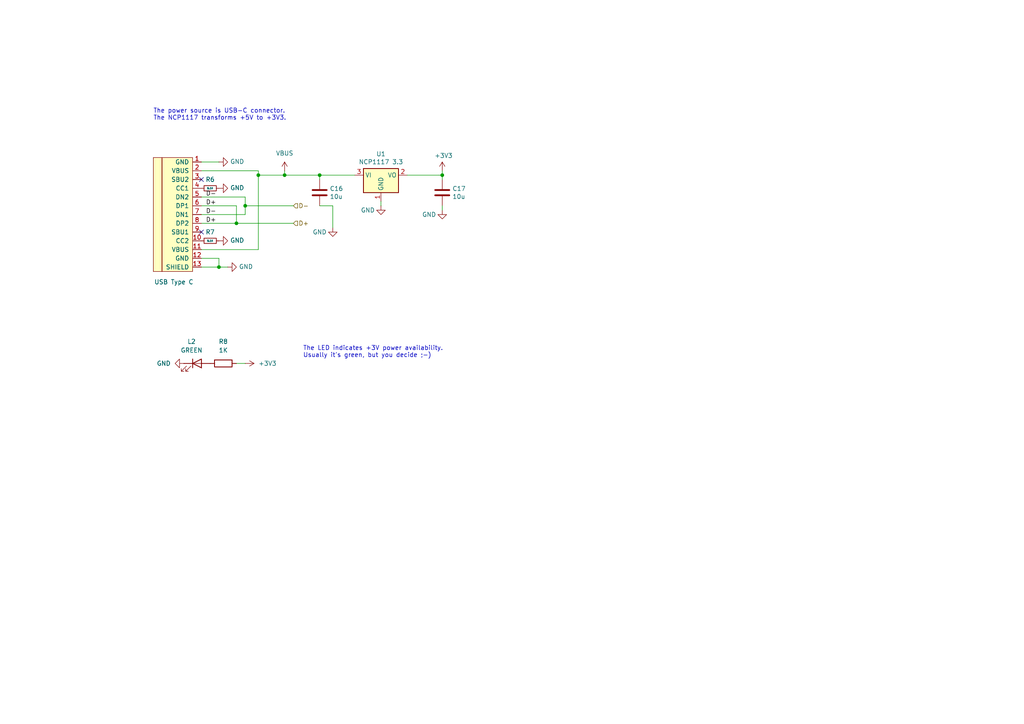
<source format=kicad_sch>
(kicad_sch (version 20250114) (generator "eeschema") (generator_version "9.0")
  (paper "A4")
  (title_block (title "MiniFRANK RM1") (date "2025-03-04") (rev "2.01") (company "Mikhail Matveev") (comment 1 "https://github.com/xtremespb/frank"))
  (lib_symbols
    (symbol "+3V3_1" (power) (pin_numbers (hide yes)) (pin_names (offset 0) (hide yes))
      (property "Value" "+3V3" (at 0 3.556 0))
      (symbol "+3V3_1_0_1"
        (polyline (pts (xy -0.762 1.27) (xy 0 2.54)))
        (polyline (pts (xy 0 2.54) (xy 0.762 1.27)))
        (polyline (pts (xy 0 0) (xy 0 2.54)))
      )
      (symbol "+3V3_1_1_1"
        (pin power_in line (at 0 0 90) (length 0) (name "~") (number "1"))
      )
    )
    (symbol "Device:C" (pin_numbers (hide yes)) (pin_names (offset 0.254))
      (property "Reference" "C" (at 0.635 2.54 0))
      (property "Value" "C" (at 0.635 -2.54 0))
      (symbol "C_0_1"
        (polyline (pts (xy -2.032 0.762) (xy 2.032 0.762)) (stroke (width 0.508)))
        (polyline (pts (xy -2.032 -0.762) (xy 2.032 -0.762)) (stroke (width 0.508)))
      )
      (symbol "C_1_1"
        (pin passive line (at 0 3.81 270) (length 2.794) (name "~") (number "1"))
        (pin passive line (at 0 -3.81 90) (length 2.794) (name "~") (number "2"))
      )
    )
    (symbol "Device:LED" (pin_numbers (hide yes)) (pin_names (offset 1.016) (hide yes))
      (property "Reference" "D" (at 0 2.54 0))
      (property "Value" "LED" (at 0 -2.54 0))
      (symbol "LED_0_1"
        (polyline (pts (xy -3.048 -0.762) (xy -4.572 -2.286) (xy -3.81 -2.286) (xy -4.572 -2.286) (xy -4.572 -1.524)))
        (polyline (pts (xy -1.778 -0.762) (xy -3.302 -2.286) (xy -2.54 -2.286) (xy -3.302 -2.286) (xy -3.302 -1.524)))
        (polyline (pts (xy -1.27 0) (xy 1.27 0)))
        (polyline (pts (xy -1.27 -1.27) (xy -1.27 1.27)) (stroke (width 0.254)))
        (polyline (pts (xy 1.27 -1.27) (xy 1.27 1.27) (xy -1.27 0) (xy 1.27 -1.27)) (stroke (width 0.254)))
      )
      (symbol "LED_1_1"
        (pin passive line (at -3.81 0 0) (length 2.54) (name "K") (number "1"))
        (pin passive line (at 3.81 0 180) (length 2.54) (name "A") (number "2"))
      )
    )
    (symbol "Device:R" (pin_numbers (hide yes)) (pin_names (offset 0))
      (property "Reference" "R" (at 2.032 0 90))
      (property "Value" "R" (at 0 0 90))
      (symbol "R_0_1"
        (rectangle (start -1.016 -2.54) (end 1.016 2.54) (stroke (width 0.254)))
      )
      (symbol "R_1_1"
        (pin passive line (at 0 3.81 270) (length 1.27) (name "~") (number "1"))
        (pin passive line (at 0 -3.81 90) (length 1.27) (name "~") (number "2"))
      )
    )
    (symbol "Device:R_Small" (pin_numbers (hide yes)) (pin_names (offset 0.254) (hide yes))
      (property "Reference" "R" (at 0.762 0.508 0))
      (property "Value" "R_Small" (at 0.762 -1.016 0))
      (symbol "R_Small_0_1"
        (rectangle (start -0.762 1.778) (end 0.762 -1.778) (stroke (width 0.2032)))
      )
      (symbol "R_Small_1_1"
        (pin passive line (at 0 2.54 270) (length 0.762) (name "~") (number "1"))
        (pin passive line (at 0 -2.54 90) (length 0.762) (name "~") (number "2"))
      )
    )
    (symbol "FRANK:USB-C" (pin_names (offset 1.016))
      (property "Value" "USB Type C" (at 0.254 -20.828 0))
      (symbol "USB-C_0_1"
        (rectangle (start -11.43 15.24) (end -8.89 -17.78) (fill (type background)))
        (rectangle (start 0 -17.78) (end -8.89 15.24) (fill (type background)))
      )
      (symbol "USB-C_1_1"
        (pin input line (at 2.54 13.97 180) (length 2.54) (name "GND") (number "1"))
        (pin input line (at 2.54 11.43 180) (length 2.54) (name "VBUS") (number "2"))
        (pin input line (at 2.54 8.89 180) (length 2.54) (name "SBU2") (number "3"))
        (pin input line (at 2.54 6.35 180) (length 2.54) (name "CC1") (number "4"))
        (pin input line (at 2.54 3.81 180) (length 2.54) (name "DN2") (number "5"))
        (pin input line (at 2.54 1.27 180) (length 2.54) (name "DP1") (number "6"))
        (pin input line (at 2.54 -1.27 180) (length 2.54) (name "DN1") (number "7"))
        (pin input line (at 2.54 -3.81 180) (length 2.54) (name "DP2") (number "8"))
        (pin input line (at 2.54 -6.35 180) (length 2.54) (name "SBU1") (number "9"))
        (pin input line (at 2.54 -8.89 180) (length 2.54) (name "CC2") (number "10"))
        (pin input line (at 2.54 -11.43 180) (length 2.54) (name "VBUS") (number "11"))
        (pin input line (at 2.54 -13.97 180) (length 2.54) (name "GND") (number "12"))
        (pin input line (at 2.54 -16.51 180) (length 2.54) (name "SHIELD") (number "13"))
      )
    )
    (symbol "GND_1" (power) (pin_numbers (hide yes)) (pin_names (offset 0) (hide yes))
      (property "Value" "GND" (at 0 -3.81 0))
      (symbol "GND_1_0_1"
        (polyline (pts (xy 0 0) (xy 0 -1.27) (xy 1.27 -1.27) (xy 0 -2.54) (xy -1.27 -1.27) (xy 0 -1.27)))
      )
      (symbol "GND_1_1_1"
        (pin power_in line (at 0 0 270) (length 0) (name "~") (number "1"))
      )
    )
    (symbol "GND_2" (power) (pin_numbers (hide yes)) (pin_names (offset 0) (hide yes))
      (property "Value" "GND" (at 0 -3.81 0))
      (symbol "GND_2_0_1"
        (polyline (pts (xy 0 0) (xy 0 -1.27) (xy 1.27 -1.27) (xy 0 -2.54) (xy -1.27 -1.27) (xy 0 -1.27)))
      )
      (symbol "GND_2_1_1"
        (pin power_in line (at 0 0 270) (length 0) (name "~") (number "1"))
      )
    )
    (symbol "GND_3" (power) (pin_numbers (hide yes)) (pin_names (offset 0) (hide yes))
      (property "Value" "GND" (at 0 -3.81 0))
      (symbol "GND_3_0_1"
        (polyline (pts (xy 0 0) (xy 0 -1.27) (xy 1.27 -1.27) (xy 0 -2.54) (xy -1.27 -1.27) (xy 0 -1.27)))
      )
      (symbol "GND_3_1_1"
        (pin power_in line (at 0 0 270) (length 0) (name "~") (number "1"))
      )
    )
    (symbol "GND_4" (power) (pin_numbers (hide yes)) (pin_names (offset 0) (hide yes))
      (property "Value" "GND" (at 0 -3.81 0))
      (symbol "GND_4_0_1"
        (polyline (pts (xy 0 0) (xy 0 -1.27) (xy 1.27 -1.27) (xy 0 -2.54) (xy -1.27 -1.27) (xy 0 -1.27)))
      )
      (symbol "GND_4_1_1"
        (pin power_in line (at 0 0 270) (length 0) (name "~") (number "1"))
      )
    )
    (symbol "GND_5" (power) (pin_numbers (hide yes)) (pin_names (offset 0) (hide yes))
      (property "Value" "GND" (at 0 -3.81 0))
      (symbol "GND_5_0_1"
        (polyline (pts (xy 0 0) (xy 0 -1.27) (xy 1.27 -1.27) (xy 0 -2.54) (xy -1.27 -1.27) (xy 0 -1.27)))
      )
      (symbol "GND_5_1_1"
        (pin power_in line (at 0 0 270) (length 0) (name "~") (number "1"))
      )
    )
    (symbol "GND_6" (power) (pin_numbers (hide yes)) (pin_names (offset 0) (hide yes))
      (property "Value" "GND" (at 0 -3.81 0))
      (symbol "GND_6_0_1"
        (polyline (pts (xy 0 0) (xy 0 -1.27) (xy 1.27 -1.27) (xy 0 -2.54) (xy -1.27 -1.27) (xy 0 -1.27)))
      )
      (symbol "GND_6_1_1"
        (pin power_in line (at 0 0 270) (length 0) (name "~") (number "1"))
      )
    )
    (symbol "GND_7" (power) (pin_numbers (hide yes)) (pin_names (offset 0) (hide yes))
      (property "Value" "GND" (at 0 -3.81 0))
      (symbol "GND_7_0_1"
        (polyline (pts (xy 0 0) (xy 0 -1.27) (xy 1.27 -1.27) (xy 0 -2.54) (xy -1.27 -1.27) (xy 0 -1.27)))
      )
      (symbol "GND_7_1_1"
        (pin power_in line (at 0 0 270) (length 0) (name "~") (number "1"))
      )
    )
    (symbol "Regulator_Linear:NCP1117-3.3_SOT223"
      (property "Reference" "U" (at -3.81 3.175 0))
      (property "Value" "NCP1117-3.3_SOT223" (at 0 3.175 0))
      (symbol "NCP1117-3.3_SOT223_0_1"
        (rectangle (start -5.08 -5.08) (end 5.08 1.905) (stroke (width 0.254)) (fill (type background)))
      )
      (symbol "NCP1117-3.3_SOT223_1_1"
        (pin power_in line (at -7.62 0 0) (length 2.54) (name "VI") (number "3"))
        (pin power_in line (at 0 -7.62 90) (length 2.54) (name "GND") (number "1"))
        (pin power_out line (at 7.62 0 180) (length 2.54) (name "VO") (number "2"))
      )
    )
    (symbol "power:+3V3" (power) (pin_numbers (hide yes)) (pin_names (offset 0) (hide yes))
      (property "Value" "+3V3" (at 0 3.556 0))
      (symbol "+3V3_0_1"
        (polyline (pts (xy -0.762 1.27) (xy 0 2.54)))
        (polyline (pts (xy 0 2.54) (xy 0.762 1.27)))
        (polyline (pts (xy 0 0) (xy 0 2.54)))
      )
      (symbol "+3V3_1_1"
        (pin power_in line (at 0 0 90) (length 0) (name "~") (number "1"))
      )
    )
    (symbol "power:GND" (power) (pin_numbers (hide yes)) (pin_names (offset 0) (hide yes))
      (property "Value" "GND" (at 0 -3.81 0))
      (symbol "GND_0_1"
        (polyline (pts (xy 0 0) (xy 0 -1.27) (xy 1.27 -1.27) (xy 0 -2.54) (xy -1.27 -1.27) (xy 0 -1.27)))
      )
      (symbol "GND_1_1"
        (pin power_in line (at 0 0 270) (length 0) (name "~") (number "1"))
      )
    )
    (symbol "power:VBUS" (power) (pin_numbers (hide yes)) (pin_names (offset 0) (hide yes))
      (property "Value" "VBUS" (at 0 3.556 0))
      (symbol "VBUS_0_1"
        (polyline (pts (xy -0.762 1.27) (xy 0 2.54)))
        (polyline (pts (xy 0 2.54) (xy 0.762 1.27)))
        (polyline (pts (xy 0 0) (xy 0 2.54)))
      )
      (symbol "VBUS_1_1"
        (pin power_in line (at 0 0 90) (length 0) (name "~") (number "1"))
      )
    )
  )
  (text "The LED indicates +3V power availability.\nUsually it's green, but you decide ;-)" (at 87.884 102.108 0) (effects (font (size 1.27 1.27)) (justify left)))
  (text "The power source is USB-C connector.\nThe NCP1117 transforms +5V to +3V3." (at 44.45 33.274 0) (effects (font (size 1.27 1.27)) (justify left)))
  (junction (at 74.93 50.8))
  (junction (at 68.58 64.77))
  (junction (at 82.55 50.8))
  (junction (at 92.71 50.8))
  (junction (at 63.5 77.47))
  (junction (at 128.27 50.8))
  (junction (at 71.12 59.69))
  (no_connect (at 58.42 67.31))
  (no_connect (at 58.42 52.07))
  (wire (pts (xy 58.42 49.53) (xy 74.93 49.53)))
  (wire (pts (xy 58.42 59.69) (xy 68.58 59.69)))
  (wire (pts (xy 82.55 50.8) (xy 92.71 50.8)))
  (wire (pts (xy 102.87 50.8) (xy 92.71 50.8)))
  (wire (pts (xy 128.27 50.8) (xy 128.27 49.53)))
  (wire (pts (xy 63.5 77.47) (xy 66.04 77.47)))
  (wire (pts (xy 82.55 49.53) (xy 82.55 50.8)))
  (wire (pts (xy 63.5 74.93) (xy 63.5 77.47)))
  (wire (pts (xy 74.93 72.39) (xy 58.42 72.39)))
  (wire (pts (xy 92.71 52.07) (xy 92.71 50.8)))
  (wire (pts (xy 128.27 52.07) (xy 128.27 50.8)))
  (wire (pts (xy 96.52 59.69) (xy 92.71 59.69)))
  (wire (pts (xy 118.11 50.8) (xy 128.27 50.8)))
  (wire (pts (xy 58.42 57.15) (xy 71.12 57.15)))
  (wire (pts (xy 58.42 62.23) (xy 71.12 62.23)))
  (wire (pts (xy 71.12 59.69) (xy 85.09 59.69)))
  (wire (pts (xy 74.93 50.8) (xy 74.93 72.39)))
  (wire (pts (xy 74.93 49.53) (xy 74.93 50.8)))
  (wire (pts (xy 71.12 59.69) (xy 71.12 62.23)))
  (wire (pts (xy 58.42 46.99) (xy 63.5 46.99)))
  (wire (pts (xy 128.27 59.69) (xy 128.27 60.96)))
  (wire (pts (xy 58.42 77.47) (xy 63.5 77.47)))
  (wire (pts (xy 58.42 64.77) (xy 68.58 64.77)))
  (wire (pts (xy 96.52 59.69) (xy 96.52 66.04)))
  (wire (pts (xy 58.42 74.93) (xy 63.5 74.93)))
  (wire (pts (xy 71.12 57.15) (xy 71.12 59.69)))
  (wire (pts (xy 68.58 105.41) (xy 71.12 105.41)))
  (wire (pts (xy 74.93 50.8) (xy 82.55 50.8)))
  (wire (pts (xy 110.49 58.42) (xy 110.49 59.69)))
  (wire (pts (xy 68.58 64.77) (xy 85.09 64.77)))
  (wire (pts (xy 68.58 59.69) (xy 68.58 64.77)))
  (label "D-" (at 59.69 62.23 0))
  (label "D+" (at 59.69 64.77 0))
  (label "D-" (at 59.69 57.15 0))
  (label "D+" (at 59.69 59.69 0))
  (hierarchical_label "D-" (shape input) (at 85.09 59.69 0))
  (hierarchical_label "D+" (shape input) (at 85.09 64.77 0))
  (symbol (lib_name "GND_3") (lib_id "power:GND") (at 96.52 66.04 0) (unit 1)
    (property "Reference" "#PWR022" (effects (hide yes)))
    (property "Value" "GND" (at 92.71 67.31 0))
    (property "Description" "Power symbol creates a global label with name \"GND\" , ground" (effects (hide yes)))
  )
  (symbol (lib_id "power:VBUS") (at 82.55 49.53 0) (unit 1)
    (property "Reference" "#PWR017" (effects (hide yes)))
    (property "Value" "VBUS" (at 82.55 44.45 0))
    (property "Description" "Power symbol creates a global label with name \"VBUS\"" (effects (hide yes)))
  )
  (symbol (lib_name "GND_5") (lib_id "power:GND") (at 63.5 69.85 90) (unit 1)
    (property "Reference" "#PWR023" (effects (hide yes)))
    (property "Value" "GND" (at 66.7512 69.723 90) (effects (justify right)))
    (property "Description" "Power symbol creates a global label with name \"GND\" , ground" (effects (hide yes)))
  )
  (symbol (lib_name "GND_2") (lib_id "power:GND") (at 53.34 105.41 270) (unit 1)
    (property "Reference" "#PWR025" (effects (hide yes)))
    (property "Value" "GND" (at 49.53 105.4099 90) (effects (justify right)))
    (property "Description" "Power symbol creates a global label with name \"GND\" , ground" (effects (hide yes)))
  )
  (symbol (lib_id "Device:LED") (at 57.15 105.41 0) (unit 1)
    (property "Reference" "L2" (at 55.5625 99.06 0))
    (property "Value" "GREEN" (at 55.5625 101.6 0))
    (property "Footprint" "FRANK:LED (0805)" (effects (hide yes)))
    (property "Description" "Light emitting diode" (effects (hide yes)))
    (property "AliExpress" "https://www.aliexpress.com/item/1005007252088951.html" (effects (hide yes)))
    (property "Sim.Pins" "1=K 2=A" (effects (hide yes)))
  )
  (symbol (lib_id "Regulator_Linear:NCP1117-3.3_SOT223") (at 110.49 50.8 0) (unit 1)
    (property "Reference" "U1" (at 110.49 44.6532 0))
    (property "Value" "NCP1117 3.3" (at 110.49 46.9646 0))
    (property "Footprint" "FRANK:SOT-223" (effects (hide yes)))
    (property "Datasheet" "http://www.onsemi.com/pub_link/Collateral/NCP1117-D.PDF" (effects (hide yes)))
    (property "AliExpress" "https://www.aliexpress.com/item/1005005802338707.html" (effects (hide yes)))
  )
  (symbol (lib_id "Device:C") (at 128.27 55.88 0) (unit 1)
    (property "Reference" "C17" (at 131.191 54.7116 0) (effects (justify left)))
    (property "Value" "10u" (at 131.191 57.023 0) (effects (justify left)))
    (property "Footprint" "FRANK:Capacitor (0805)" (effects (hide yes)))
    (property "Datasheet" "https://eu.mouser.com/datasheet/2/40/KGM_X7R-3223212.pdf" (effects (hide yes)))
    (property "AliExpress" "https://www.aliexpress.com/item/33008008276.html" (effects (hide yes)))
  )
  (symbol (lib_id "FRANK:USB-C") (at 55.88 60.96 0) (unit 1)
    (property "Reference" "USB1" (effects (hide yes)))
    (property "Value" "USB Type C" (at 56.134 81.788 0) (effects (justify right)))
    (property "Footprint" "FRANK:USB Type C" (effects (hide yes)))
    (property "Datasheet" "https://eu.mouser.com/datasheet/2/837/usb4215-3472997.pdf" (effects (hide yes)))
    (property "LCSC" "C165948" (effects (hide yes)))
    (property "AliExpress" "https://www.aliexpress.com/item/1005005500797563.html" (effects (hide yes)))
  )
  (symbol (lib_id "Device:C") (at 92.71 55.88 0) (unit 1)
    (property "Reference" "C16" (at 95.631 54.7116 0) (effects (justify left)))
    (property "Value" "10u" (at 95.631 57.023 0) (effects (justify left)))
    (property "Footprint" "FRANK:Capacitor (0805)" (effects (hide yes)))
    (property "Datasheet" "https://eu.mouser.com/datasheet/2/40/KGM_X7R-3223212.pdf" (effects (hide yes)))
    (property "AliExpress" "https://www.aliexpress.com/item/33008008276.html" (effects (hide yes)))
  )
  (symbol (lib_id "Device:R") (at 64.77 105.41 90) (unit 1)
    (property "Reference" "R8" (at 64.77 99.06 90))
    (property "Value" "1K" (at 64.77 101.6 90))
    (property "Footprint" "FRANK:Resistor (0805)" (effects (hide yes)))
    (property "Datasheet" "https://www.vishay.com/docs/28952/mcs0402at-mct0603at-mcu0805at-mca1206at.pdf" (effects (hide yes)))
    (property "Description" "Resistor" (effects (hide yes)))
    (property "AliExpress" "https://www.aliexpress.com/item/1005005945735199.html" (effects (hide yes)))
  )
  (symbol (lib_id "Device:R_Small") (at 60.96 69.85 270) (unit 1)
    (property "Reference" "R7" (at 60.96 67.31 90))
    (property "Value" "5.1K" (at 60.96 69.85 90) (effects (font (size 0.508 0.508))))
    (property "Footprint" "FRANK:Resistor (0805)" (effects (hide yes)))
    (property "Datasheet" "https://www.vishay.com/docs/28952/mcs0402at-mct0603at-mcu0805at-mca1206at.pdf" (effects (hide yes)))
    (property "LCSC" " " (effects (hide yes)))
    (property "AliExpress" "https://www.aliexpress.com/item/1005005945735199.html" (effects (hide yes)))
  )
  (symbol (lib_name "GND_6") (lib_id "power:GND") (at 63.5 54.61 90) (unit 1)
    (property "Reference" "#PWR019" (effects (hide yes)))
    (property "Value" "GND" (at 66.7512 54.483 90) (effects (justify right)))
    (property "Description" "Power symbol creates a global label with name \"GND\" , ground" (effects (hide yes)))
  )
  (symbol (lib_name "GND_1") (lib_id "power:GND") (at 128.27 60.96 0) (unit 1)
    (property "Reference" "#PWR021" (effects (hide yes)))
    (property "Value" "GND" (at 124.46 62.23 0))
    (property "Description" "Power symbol creates a global label with name \"GND\" , ground" (effects (hide yes)))
  )
  (symbol (lib_id "power:+3V3") (at 128.27 49.53 0) (unit 1)
    (property "Reference" "#PWR018" (effects (hide yes)))
    (property "Value" "+3V3" (at 128.651 45.1358 0))
    (property "Description" "Power symbol creates a global label with name \"+3V3\"" (effects (hide yes)))
  )
  (symbol (lib_id "Device:R_Small") (at 60.96 54.61 270) (unit 1)
    (property "Reference" "R6" (at 60.96 52.07 90))
    (property "Value" "5.1K" (at 60.96 54.61 90) (effects (font (size 0.508 0.508))))
    (property "Footprint" "FRANK:Resistor (0805)" (effects (hide yes)))
    (property "Datasheet" "https://www.vishay.com/docs/28952/mcs0402at-mct0603at-mcu0805at-mca1206at.pdf" (effects (hide yes)))
    (property "LCSC" " " (effects (hide yes)))
    (property "AliExpress" "https://www.aliexpress.com/item/1005005945735199.html" (effects (hide yes)))
  )
  (symbol (lib_id "power:GND") (at 63.5 46.99 90) (unit 1)
    (property "Reference" "#PWR016" (effects (hide yes)))
    (property "Value" "GND" (at 66.7512 46.863 90) (effects (justify right)))
    (property "Description" "Power symbol creates a global label with name \"GND\" , ground" (effects (hide yes)))
  )
  (symbol (lib_name "GND_7") (lib_id "power:GND") (at 66.04 77.47 90) (unit 1)
    (property "Reference" "#PWR024" (effects (hide yes)))
    (property "Value" "GND" (at 69.2912 77.343 90) (effects (justify right)))
    (property "Description" "Power symbol creates a global label with name \"GND\" , ground" (effects (hide yes)))
  )
  (symbol (lib_name "+3V3_1") (lib_id "power:+3V3") (at 71.12 105.41 270) (unit 1)
    (property "Reference" "#PWR026" (effects (hide yes)))
    (property "Value" "+3V3" (at 74.93 105.4099 90) (effects (justify left)))
    (property "Description" "Power symbol creates a global label with name \"+3V3\"" (effects (hide yes)))
  )
  (symbol (lib_name "GND_4") (lib_id "power:GND") (at 110.49 59.69 0) (unit 1)
    (property "Reference" "#PWR020" (effects (hide yes)))
    (property "Value" "GND" (at 106.68 60.96 0))
    (property "Description" "Power symbol creates a global label with name \"GND\" , ground" (effects (hide yes)))
  )
)
</source>
